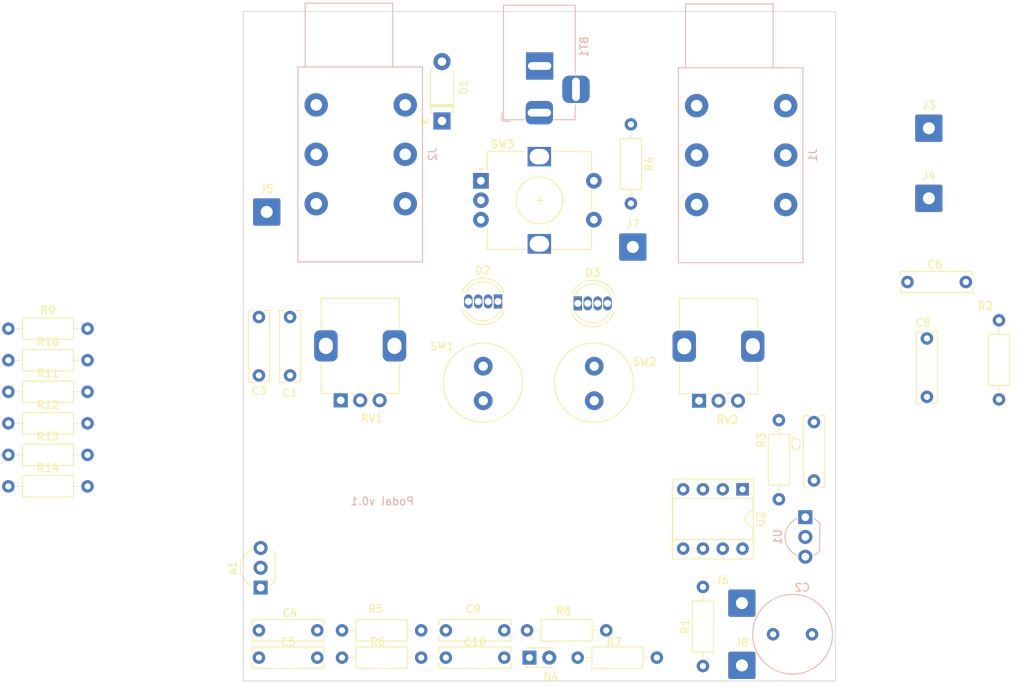
<source format=kicad_pcb>
(kicad_pcb (version 20221018) (generator pcbnew)
  (title_block (rev "0.2"))
  (layers (0 "F.Cu" signal) (31 "B.Cu" signal) (34 "B.Paste" user) (35 "F.Paste" user) (36 "B.SilkS" user "B.Silkscreen") (37 "F.SilkS" user "F.Silkscreen") (38 "B.Mask" user) (39 "F.Mask" user) (44 "Edge.Cuts" user))
  (net 0 "")
  (net 4 "/ENC_CLICK")
  (net 5 "/Left in")
  (net 6 "/Left out")
  (net 7 "GND")
  (net 8 "/3v3")
  (net 9 "Net-(A1-ADC_0)")
  (net 10 "/LED_2_R")
  (net 11 "/LED_1_B")
  (net 12 "/LED_1_G")
  (net 13 "/LED_1_R")
  (net 14 "Net-(A1-ADC_6)")
  (net 15 "/LED_2_B")
  (net 16 "/LED_2_G")
  (net 17 "Net-(A1-SAI2_SD_B)")
  (net 18 "Net-(A1-SAI2_SD_A)")
  (net 19 "Net-(A1-SAI2_FS)")
  (net 20 "Net-(A1-SAI2_SCK)")
  (net 21 "/VCC")
  (net 22 "Net-(BT1-+)")
  (net 23 "+5V")
  (net 24 "Net-(J4-Pin_1)")
  (net 25 "Net-(U2A-+)")
  (net 26 "Net-(C8-Pad2)")
  (net 27 "Net-(C9-Pad1)")
  (net 28 "Net-(J6-Pin_1)")
  (net 29 "Net-(U2B-+)")
  (net 30 "Net-(U2B--)")
  (net 31 "Net-(D4-K)")
  (net 32 "Net-(D4-A)")
  (net 33 "Net-(J3-Pin_1)")
  (net 34 "Net-(J5-Pin_1)")
  (net 35 "Net-(D7-RK)")
  (net 36 "Net-(D7-GK)")
  (net 37 "Net-(D7-BK)")
  (net 38 "Net-(D2-RK)")
  (net 39 "Net-(D2-GK)")
  (net 40 "Net-(D2-BK)")
  (footprint "Resistor_THT:R_Axial_DIN0207_L6.3mm_D2.5mm_P10.16mm_Horizontal" (layer "F.Cu") (at 69.84 92.95)
    (fp_text reference "R13" (at 5.08 -2.37) (layer "F.SilkS"))
    (fp_text value "1k")
    (fp_line (start 1.04 0) (end 1.81 0) (stroke (width 0.12)) (layer "F.SilkS"))
    (fp_line (start 1.81 -1.37) (end 1.81 1.37) (stroke (width 0.12)) (layer "F.SilkS"))
    (fp_line (start 1.81 1.37) (end 8.35 1.37) (stroke (width 0.12)) (layer "F.SilkS"))
    (fp_line (start 8.35 -1.37) (end 1.81 -1.37) (stroke (width 0.12)) (layer "F.SilkS"))
    (fp_line (start 8.35 1.37) (end 8.35 -1.37) (stroke (width 0.12)) (layer "F.SilkS"))
    (fp_line (start 9.12 0) (end 8.35 0) (stroke (width 0.12)) (layer "F.SilkS"))
    (pad "1" thru_hole circle (at 0 0) (size 1.6 1.6) (drill 0.8) (layers "*.Cu" "*.Mask") (net 16 "/LED_2_G"))
    (pad "2" thru_hole oval (at 10.16 0) (size 1.6 1.6) (drill 0.8) (layers "*.Cu" "*.Mask") (net 39 "Net-(D2-GK)"))
  )
  (footprint "Capacitor_THT:C_Rect_L9.0mm_W2.5mm_P7.50mm_MKT" (layer "F.Cu") (at 133.5 115.5 180)
    (fp_text reference "C9" (at 4 2.75) (layer "F.SilkS"))
    (fp_text value "1u")
    (fp_line (start -0.87 -1.37) (end -0.87 -0.665) (stroke (width 0.12)) (layer "F.SilkS"))
    (fp_line (start -0.87 -1.37) (end 8.37 -1.37) (stroke (width 0.12)) (layer "F.SilkS"))
    (fp_line (start -0.87 0.665) (end -0.87 1.37) (stroke (width 0.12)) (layer "F.SilkS"))
    (fp_line (start -0.87 1.37) (end 8.37 1.37) (stroke (width 0.12)) (layer "F.SilkS"))
    (fp_line (start 8.37 -1.37) (end 8.37 -0.665) (stroke (width 0.12)) (layer "F.SilkS"))
    (fp_line (start 8.37 0.665) (end 8.37 1.37) (stroke (width 0.12)) (layer "F.SilkS"))
    (pad "1" thru_hole circle (at 0 0 180) (size 1.6 1.6) (drill 0.8) (layers "*.Cu" "*.Mask") (net 27 "Net-(C9-Pad1)"))
    (pad "2" thru_hole circle (at 7.5 0 180) (size 1.6 1.6) (drill 0.8) (layers "*.Cu" "*.Mask") (net 28 "Net-(J6-Pin_1)"))
  )
  (footprint "Resistor_THT:R_Axial_DIN0207_L6.3mm_D2.5mm_P10.16mm_Horizontal" (layer "F.Cu") (at 149.75 50.5 -90)
    (fp_text reference "R4" (at 5.08 -2.37 90) (layer "F.SilkS"))
    (fp_text value "1k")
    (fp_line (start 1.04 0) (end 1.81 0) (stroke (width 0.12)) (layer "F.SilkS"))
    (fp_line (start 1.81 -1.37) (end 1.81 1.37) (stroke (width 0.12)) (layer "F.SilkS"))
    (fp_line (start 1.81 1.37) (end 8.35 1.37) (stroke (width 0.12)) (layer "F.SilkS"))
    (fp_line (start 8.35 -1.37) (end 1.81 -1.37) (stroke (width 0.12)) (layer "F.SilkS"))
    (fp_line (start 8.35 1.37) (end 8.35 -1.37) (stroke (width 0.12)) (layer "F.SilkS"))
    (fp_line (start 9.12 0) (end 8.35 0) (stroke (width 0.12)) (layer "F.SilkS"))
    (pad "1" thru_hole circle (at 0 0 270) (size 1.6 1.6) (drill 0.8) (layers "*.Cu" "*.Mask") (net 22 "Net-(BT1-+)"))
    (pad "2" thru_hole oval (at 10.16 0 270) (size 1.6 1.6) (drill 0.8) (layers "*.Cu" "*.Mask") (net 32 "Net-(D4-A)"))
  )
  (footprint "Connector_Wire:SolderWire-0.75sqmm_1x01_D1.25mm_OD3.5mm" (layer "F.Cu") (at 164 120)
    (fp_text reference "J8" (at 0 -2.95) (layer "F.SilkS"))
    (fp_text value "fsw pin 5")
    (pad "1" thru_hole roundrect (at 0 0) (size 3.5 3.5) (drill 1.55) (layers "*.Cu" "*.Mask") (roundrect_rratio 0.07142914286) (net 7 "GND"))
  )
  (footprint "Capacitor_THT:C_Rect_L9.0mm_W2.5mm_P7.50mm_MKT" (layer "F.Cu") (at 173.25 96.25 90)
    (fp_text reference "C7" (at 4.75 -2.25 90) (layer "F.SilkS"))
    (fp_text value "1n")
    (fp_line (start -0.87 -1.37) (end -0.87 -0.665) (stroke (width 0.12)) (layer "F.SilkS"))
    (fp_line (start -0.87 -1.37) (end 8.37 -1.37) (stroke (width 0.12)) (layer "F.SilkS"))
    (fp_line (start -0.87 0.665) (end -0.87 1.37) (stroke (width 0.12)) (layer "F.SilkS"))
    (fp_line (start -0.87 1.37) (end 8.37 1.37) (stroke (width 0.12)) (layer "F.SilkS"))
    (fp_line (start 8.37 -1.37) (end 8.37 -0.665) (stroke (width 0.12)) (layer "F.SilkS"))
    (fp_line (start 8.37 0.665) (end 8.37 1.37) (stroke (width 0.12)) (layer "F.SilkS"))
    (pad "1" thru_hole circle (at 0 0 90) (size 1.6 1.6) (drill 0.8) (layers "*.Cu" "*.Mask") (net 25 "Net-(U2A-+)"))
    (pad "2" thru_hole circle (at 7.5 0 90) (size 1.6 1.6) (drill 0.8) (layers "*.Cu" "*.Mask") (net 7 "GND"))
  )
  (footprint "Connector_Wire:SolderWire-0.75sqmm_1x01_D1.25mm_OD3.5mm" (layer "F.Cu") (at 150 66.25)
    (fp_text reference "J7" (at 0 -2.95) (layer "F.SilkS"))
    (fp_text value "fsw pin 2")
    (pad "1" thru_hole roundrect (at 0 0) (size 3.5 3.5) (drill 1.55) (layers "*.Cu" "*.Mask") (roundrect_rratio 0.07142914286) (net 31 "Net-(D4-K)"))
  )
  (footprint "Capacitor_THT:C_Rect_L9.0mm_W2.5mm_P7.50mm_MKT" (layer "F.Cu") (at 126 119)
    (fp_text reference "C10" (at 3.75 -2) (layer "F.SilkS"))
    (fp_text value "1u")
    (fp_line (start -0.87 -1.37) (end -0.87 -0.665) (stroke (width 0.12)) (layer "F.SilkS"))
    (fp_line (start -0.87 -1.37) (end 8.37 -1.37) (stroke (width 0.12)) (layer "F.SilkS"))
    (fp_line (start -0.87 0.665) (end -0.87 1.37) (stroke (width 0.12)) (layer "F.SilkS"))
    (fp_line (start -0.87 1.37) (end 8.37 1.37) (stroke (width 0.12)) (layer "F.SilkS"))
    (fp_line (start 8.37 -1.37) (end 8.37 -0.665) (stroke (width 0.12)) (layer "F.SilkS"))
    (fp_line (start 8.37 0.665) (end 8.37 1.37) (stroke (width 0.12)) (layer "F.SilkS"))
    (pad "1" thru_hole circle (at 0 0) (size 1.6 1.6) (drill 0.8) (layers "*.Cu" "*.Mask") (net 6 "/Left out"))
    (pad "2" thru_hole circle (at 7.5 0) (size 1.6 1.6) (drill 0.8) (layers "*.Cu" "*.Mask") (net 29 "Net-(U2B-+)"))
  )
  (footprint "Capacitor_THT:C_Rect_L9.0mm_W2.5mm_P7.50mm_MKT" (layer "F.Cu") (at 106 82.75 90)
    (fp_text reference "C1" (at -2.25 0 180) (layer "F.SilkS"))
    (fp_text value "100n")
    (fp_line (start -0.87 -1.37) (end -0.87 -0.665) (stroke (width 0.12)) (layer "F.SilkS"))
    (fp_line (start -0.87 -1.37) (end 8.37 -1.37) (stroke (width 0.12)) (layer "F.SilkS"))
    (fp_line (start -0.87 0.665) (end -0.87 1.37) (stroke (width 0.12)) (layer "F.SilkS"))
    (fp_line (start -0.87 1.37) (end 8.37 1.37) (stroke (width 0.12)) (layer "F.SilkS"))
    (fp_line (start 8.37 -1.37) (end 8.37 -0.665) (stroke (width 0.12)) (layer "F.SilkS"))
    (fp_line (start 8.37 0.665) (end 8.37 1.37) (stroke (width 0.12)) (layer "F.SilkS"))
    (pad "1" thru_hole circle (at 0 0 90) (size 1.6 1.6) (drill 0.8) (layers "*.Cu" "*.Mask") (net 7 "GND"))
    (pad "2" thru_hole circle (at 7.5 0 90) (size 1.6 1.6) (drill 0.8) (layers "*.Cu" "*.Mask") (net 21 "/VCC"))
  )
  (footprint "Diode_THT:D_DO-41_SOD81_P7.62mm_Horizontal" (layer "F.Cu") (at 125.5 50.06 90)
    (fp_text reference "D1" (at 4.33 2.75 90) (layer "F.SilkS"))
    (fp_text value "1N5819")
    (fp_text user "K" (at 0 -2.1 90) (layer "F.SilkS"))
    (fp_line (start 1.09 -1.47) (end 6.53 -1.47) (stroke (width 0.12)) (layer "F.SilkS"))
    (fp_line (start 1.09 -1.34) (end 1.09 -1.47) (stroke (width 0.12)) (layer "F.SilkS"))
    (fp_line (start 1.09 1.34) (end 1.09 1.47) (stroke (width 0.12)) (layer "F.SilkS"))
    (fp_line (start 1.09 1.47) (end 6.53 1.47) (stroke (width 0.12)) (layer "F.SilkS"))
    (fp_line (start 1.87 -1.47) (end 1.87 1.47) (stroke (width 0.12)) (layer "F.SilkS"))
    (fp_line (start 1.99 -1.47) (end 1.99 1.47) (stroke (width 0.12)) (layer "F.SilkS"))
    (fp_line (start 2.11 -1.47) (end 2.11 1.47) (stroke (width 0.12)) (layer "F.SilkS"))
    (fp_line (start 6.53 -1.47) (end 6.53 -1.34) (stroke (width 0.12)) (layer "F.SilkS"))
    (fp_line (start 6.53 1.47) (end 6.53 1.34) (stroke (width 0.12)) (layer "F.SilkS"))
    (pad "1" thru_hole rect (at 0 0 90) (size 2.2 2.2) (drill 1.1) (layers "*.Cu" "*.Mask") (net 21 "/VCC"))
    (pad "2" thru_hole oval (at 7.62 0 90) (size 2.2 2.2) (drill 1.1) (layers "*.Cu" "*.Mask") (net 22 "Net-(BT1-+)"))
  )
  (footprint "Resistor_THT:R_Axial_DIN0207_L6.3mm_D2.5mm_P10.16mm_Horizontal" (layer "F.Cu") (at 69.84 76.75)
    (fp_text reference "R9" (at 5.08 -2.37) (layer "F.SilkS"))
    (fp_text value "1k")
    (fp_line (start 1.04 0) (end 1.81 0) (stroke (width 0.12)) (layer "F.SilkS"))
    (fp_line (start 1.81 -1.37) (end 1.81 1.37) (stroke (width 0.12)) (layer "F.SilkS"))
    (fp_line (start 1.81 1.37) (end 8.35 1.37) (stroke (width 0.12)) (layer "F.SilkS"))
    (fp_line (start 8.35 -1.37) (end 1.81 -1.37) (stroke (width 0.12)) (layer "F.SilkS"))
    (fp_line (start 8.35 1.37) (end 8.35 -1.37) (stroke (width 0.12)) (layer "F.SilkS"))
    (fp_line (start 9.12 0) (end 8.35 0) (stroke (width 0.12)) (layer "F.SilkS"))
    (pad "1" thru_hole circle (at 0 0) (size 1.6 1.6) (drill 0.8) (layers "*.Cu" "*.Mask") (net 11 "/LED_1_B"))
    (pad "2" thru_hole oval (at 10.16 0) (size 1.6 1.6) (drill 0.8) (layers "*.Cu" "*.Mask") (net 35 "Net-(D7-RK)"))
  )
  (footprint "Capacitor_THT:C_Rect_L9.0mm_W2.5mm_P7.50mm_MKT" (layer "F.Cu") (at 102 82.75 90)
    (fp_text reference "C3" (at -2 0) (layer "F.SilkS"))
    (fp_text value "100n")
    (fp_line (start -0.87 -1.37) (end -0.87 -0.665) (stroke (width 0.12)) (layer "F.SilkS"))
    (fp_line (start -0.87 -1.37) (end 8.37 -1.37) (stroke (width 0.12)) (layer "F.SilkS"))
    (fp_line (start -0.87 0.665) (end -0.87 1.37) (stroke (width 0.12)) (layer "F.SilkS"))
    (fp_line (start -0.87 1.37) (end 8.37 1.37) (stroke (width 0.12)) (layer "F.SilkS"))
    (fp_line (start 8.37 -1.37) (end 8.37 -0.665) (stroke (width 0.12)) (layer "F.SilkS"))
    (fp_line (start 8.37 0.665) (end 8.37 1.37) (stroke (width 0.12)) (layer "F.SilkS"))
    (pad "1" thru_hole circle (at 0 0 90) (size 1.6 1.6) (drill 0.8) (layers "*.Cu" "*.Mask") (net 7 "GND"))
    (pad "2" thru_hole circle (at 7.5 0 90) (size 1.6 1.6) (drill 0.8) (layers "*.Cu" "*.Mask") (net 21 "/VCC"))
  )
  (footprint "Connector_Wire:SolderWire-0.75sqmm_1x01_D1.25mm_OD3.5mm" (layer "F.Cu") (at 103 61.75)
    (fp_text reference "J5" (at 0 -2.95) (layer "F.SilkS"))
    (fp_text value "fsw pin 6")
    (pad "1" thru_hole roundrect (at 0 0) (size 3.5 3.5) (drill 1.55) (layers "*.Cu" "*.Mask") (roundrect_rratio 0.07142914286) (net 34 "Net-(J5-Pin_1)"))
  )
  (footprint "LED_THT:LED_D1.8mm_W3.3mm_H2.4mm" (layer "F.Cu") (at 136.73 119)
    (fp_text reference "D4" (at 2.775 2.5) (layer "F.SilkS"))
    (fp_text value "LED")
    (fp_line (start -0.44 -1.26) (end -0.44 -1.08) (stroke (width 0.12)) (layer "F.SilkS"))
    (fp_line (start -0.44 -1.26) (end 2.98 -1.26) (stroke (width 0.12)) (layer "F.SilkS"))
    (fp_line (start -0.44 1.08) (end -0.44 1.26) (stroke (width 0.12)) (layer "F.SilkS"))
    (fp_line (start -0.44 1.26) (end 2.98 1.26) (stroke (width 0.12)) (layer "F.SilkS"))
    (fp_line (start -0.32 -1.26) (end -0.32 -1.08) (stroke (width 0.12)) (layer "F.SilkS"))
    (fp_line (start -0.32 1.08) (end -0.32 1.26) (stroke (width 0.12)) (layer "F.SilkS"))
    (fp_line (start -0.2 -1.26) (end -0.2 -1.08) (stroke (width 0.12)) (layer "F.SilkS"))
    (fp_line (start -0.2 1.08) (end -0.2 1.26) (stroke (width 0.12)) (layer "F.SilkS"))
    (fp_line (start 2.98 -1.26) (end 2.98 -1.095) (stroke (width 0.12)) (layer "F.SilkS"))
    (fp_line (start 2.98 1.095) (end 2.98 1.26) (stroke (width 0.12)) (layer "F.SilkS"))
    (pad "1" thru_hole rect locked (at 0 0) (size 1.8 1.8) (drill 0.9) (layers "*.Cu" "*.Mask") (net 31 "Net-(D4-K)"))
    (pad "2" thru_hole circle locked (at 2.54 0) (size 1.8 1.8) (drill 0.9) (layers "*.Cu" "*.Mask") (net 32 "Net-(D4-A)"))
  )
  (footprint "Resistor_THT:R_Axial_DIN0207_L6.3mm_D2.5mm_P10.16mm_Horizontal" (layer "F.Cu") (at 153.08 119 180)
    (fp_text reference "R7" (at 5.5 2 180) (layer "F.SilkS"))
    (fp_text value "100K")
    (fp_line (start 1.04 0) (end 1.81 0) (stroke (width 0.12)) (layer "F.SilkS"))
    (fp_line (start 1.81 -1.37) (end 1.81 1.37) (stroke (width 0.12)) (layer "F.SilkS"))
    (fp_line (start 1.81 1.37) (end 8.35 1.37) (stroke (width 0.12)) (layer "F.SilkS"))
    (fp_line (start 8.35 -1.37) (end 1.81 -1.37) (stroke (width 0.12)) (layer "F.SilkS"))
    (fp_line (start 8.35 1.37) (end 8.35 -1.37) (stroke (width 0.12)) (layer "F.SilkS"))
    (fp_line (start 9.12 0) (end 8.35 0) (stroke (width 0.12)) (layer "F.SilkS"))
    (pad "1" thru_hole circle (at 0 0 180) (size 1.6 1.6) (drill 0.8) (layers "*.Cu" "*.Mask") (net 28 "Net-(J6-Pin_1)"))
    (pad "2" thru_hole oval (at 10.16 0 180) (size 1.6 1.6) (drill 0.8) (layers "*.Cu" "*.Mask") (net 7 "GND"))
  )
  (footprint "Resistor_THT:R_Axial_DIN0207_L6.3mm_D2.5mm_P10.16mm_Horizontal" (layer "F.Cu") (at 69.84 97)
    (fp_text reference "R14" (at 5.08 -2.37) (layer "F.SilkS"))
    (fp_text value "1k")
    (fp_line (start 1.04 0) (end 1.81 0) (stroke (width 0.12)) (layer "F.SilkS"))
    (fp_line (start 1.81 -1.37) (end 1.81 1.37) (stroke (width 0.12)) (layer "F.SilkS"))
    (fp_line (start 1.81 1.37) (end 8.35 1.37) (stroke (width 0.12)) (layer "F.SilkS"))
    (fp_line (start 8.35 -1.37) (end 1.81 -1.37) (stroke (width 0.12)) (layer "F.SilkS"))
    (fp_line (start 8.35 1.37) (end 8.35 -1.37) (stroke (width 0.12)) (layer "F.SilkS"))
    (fp_line (start 9.12 0) (end 8.35 0) (stroke (width 0.12)) (layer "F.SilkS"))
    (pad "1" thru_hole circle (at 0 0) (size 1.6 1.6) (drill 0.8) (layers "*.Cu" "*.Mask") (net 10 "/LED_2_R"))
    (pad "2" thru_hole oval (at 10.16 0) (size 1.6 1.6) (drill 0.8) (layers "*.Cu" "*.Mask") (net 40 "Net-(D2-BK)"))
  )
  (footprint "Potentiometer_THT:Potentiometer_Alps_RK09K_Single_Vertical" (layer "F.Cu") (at 158.5 86 90)
    (fp_text reference "RV2" (at -2.45 3.65 180) (layer "F.SilkS"))
    (fp_text value "Knob 2")
    (fp_line (start 0.88 -2.521) (end 0.88 -1.2) (stroke (width 0.12)) (layer "F.SilkS"))
    (fp_line (start 0.88 -2.521) (end 4.817 -2.521) (stroke (width 0.12)) (layer "F.SilkS"))
    (fp_line (start 0.88 1.25) (end 0.88 1.63) (stroke (width 0.12)) (layer "F.SilkS"))
    (fp_line (start 0.88 3.371) (end 0.88 4.13) (stroke (width 0.12)) (layer "F.SilkS"))
    (fp_line (start 0.88 5.87) (end 0.88 7.52) (stroke (width 0.12)) (layer "F.SilkS"))
    (fp_line (start 0.88 7.52) (end 4.817 7.52) (stroke (width 0.12)) (layer "F.SilkS"))
    (fp_line (start 9.184 -2.521) (end 13.12 -2.521) (stroke (width 0.12)) (layer "F.SilkS"))
    (fp_line (start 9.184 7.52) (end 13.12 7.52) (stroke (width 0.12)) (layer "F.SilkS"))
    (fp_line (start 13.12 -2.521) (end 13.12 7.52) (stroke (width 0.12)) (layer "F.SilkS"))
    (pad "1" thru_hole rect locked (at 0 0 90) (size 1.8 1.8) (drill 1) (layers "*.Cu" "*.Mask") (net 7 "GND"))
    (pad "2" thru_hole circle locked (at 0 2.5 90) (size 1.8 1.8) (drill 1) (layers "*.Cu" "*.Mask") (net 9 "Net-(A1-ADC_0)"))
    (pad "3" thru_hole circle locked (at 0 5 90) (size 1.8 1.8) (drill 1) (layers "*.Cu" "*.Mask") (net 8 "/3v3"))
    (pad "MP" thru_hole roundrect locked (at 7 -1.9 90) (size 4 3) (drill oval 2.1 1.8) (layers "*.Cu" "*.Mask"))
    (pad "MP" thru_hole roundrect locked (at 7 6.9 90) (size 4 3) (drill oval 2.1 1.8) (layers "*.Cu" "*.Mask"))
  )
  (footprint "LED_THT:LED_D5.0mm-4_RGB" (layer "F.Cu") (at 132.69 73.25 180)
    (fp_text reference "D2" (at 1.94 4) (layer "F.SilkS"))
    (fp_text value "LED 1")
    (fp_line (start -0.655 -1.545) (end -0.655 -1.08) (stroke (width 0.12)) (layer "F.SilkS"))
    (fp_line (start -0.655 1.08) (end -0.655 1.545) (stroke (width 0.12)) (layer "F.SilkS"))
    (fp_arc (start -0.655 -1.54483) (mid 2.163456 -2.978809) (end 4.692815 -1.080827) (stroke (width 0.12)) (layer "F.SilkS"))
    (fp_arc (start -0.349684 -1.08) (mid 1.904762 -2.5) (end 4.159479 -1.080429) (stroke (width 0.12)) (layer "F.SilkS"))
    (fp_arc (start 4.159479 1.080429) (mid 1.904762 2.5) (end -0.349684 1.08) (stroke (width 0.12)) (layer "F.SilkS"))
    (fp_arc (start 4.692815 1.080827) (mid 2.163456 2.978808) (end -0.655 1.54483) (stroke (width 0.12)) (layer "F.SilkS"))
    (pad "1" thru_hole rect (at 0 0 180) (size 1.07 1.8) (drill 0.9) (layers "*.Cu" "*.Mask") (net 12 "/LED_1_G"))
    (pad "2" thru_hole oval (at 1.27 0 180) (size 1.07 1.8) (drill 0.9) (layers "*.Cu" "*.Mask") (net 11 "/LED_1_B"))
    (pad "3" thru_hole oval (at 2.54 0 180) (size 1.07 1.8) (drill 0.9) (layers "*.Cu" "*.Mask") (net 7 "GND"))
    (pad "4" thru_hole oval (at 3.81 0 180) (size 1.07 1.8) (drill 0.9) (layers "*.Cu" "*.Mask") (net 13 "/LED_1_R"))
  )
  (footprint "Resistor_THT:R_Axial_DIN0207_L6.3mm_D2.5mm_P10.16mm_Horizontal" (layer "F.Cu") (at 168.75 88.5 -90)
    (fp_text reference "R3" (at 2.58 2.25 90) (layer "F.SilkS"))
    (fp_text value "1k")
    (fp_line (start 1.04 0) (end 1.81 0) (stroke (width 0.12)) (layer "F.SilkS"))
    (fp_line (start 1.81 -1.37) (end 1.81 1.37) (stroke (width 0.12)) (layer "F.SilkS"))
    (fp_line (start 1.81 1.37) (end 8.35 1.37) (stroke (width 0.12)) (layer "F.SilkS"))
    (fp_line (start 8.35 -1.37) (end 1.81 -1.37) (stroke (width 0.12)) (layer "F.SilkS"))
    (fp_line (start 8.35 1.37) (end 8.35 -1.37) (stroke (width 0.12)) (layer "F.SilkS"))
    (fp_line (start 9.12 0) (end 8.35 0) (stroke (width 0.12)) (layer "F.SilkS"))
    (pad "1" thru_hole circle (at 0 0 270) (size 1.6 1.6) (drill 0.8) (layers "*.Cu" "*.Mask") (net 26 "Net-(C8-Pad2)"))
    (pad "2" thru_hole oval (at 10.16 0 270) (size 1.6 1.6) (drill 0.8) (layers "*.Cu" "*.Mask") (net 25 "Net-(U2A-+)"))
  )
  (footprint "Resistor_THT:R_Axial_DIN0207_L6.3mm_D2.5mm_P10.16mm_Horizontal" (layer "F.Cu") (at 146.58 115.5 180)
    (fp_text reference "R8" (at 5.5 2.5 180) (layer "F.SilkS"))
    (fp_text value "100R")
    (fp_line (start 1.04 0) (end 1.81 0) (stroke (width 0.12)) (layer "F.SilkS"))
    (fp_line (start 1.81 -1.37) (end 1.81 1.37) (stroke (width 0.12)) (layer "F.SilkS"))
    (fp_line (start 1.81 1.37) (end 8.35 1.37) (stroke (width 0.12)) (layer "F.SilkS"))
    (fp_line (start 8.35 -1.37) (end 1.81 -1.37) (stroke (width 0.12)) (layer "F.SilkS"))
    (fp_line (start 8.35 1.37) (end 8.35 -1.37) (stroke (width 0.12)) (layer "F.SilkS"))
    (fp_line (start 9.12 0) (end 8.35 0) (stroke (width 0.12)) (layer "F.SilkS"))
    (pad "1" thru_hole circle (at 0 0 180) (size 1.6 1.6) (drill 0.8) (layers "*.Cu" "*.Mask") (net 30 "Net-(U2B--)"))
    (pad "2" thru_hole oval (at 10.16 0 180) (size 1.6 1.6) (drill 0.8) (layers "*.Cu" "*.Mask") (net 27 "Net-(C9-Pad1)"))
  )
  (footprint "LED_THT:LED_D5.0mm-4_RGB" (layer "F.Cu") (at 142.94 73.5)
    (fp_text reference "D3" (at 1.905 -3.96) (layer "F.SilkS"))
    (fp_text value "LED 2")
    (fp_line (start -0.655 -1.545) (end -0.655 -1.08) (stroke (width 0.12)) (layer "F.SilkS"))
    (fp_line (start -0.655 1.08) (end -0.655 1.545) (stroke (width 0.12)) (layer "F.SilkS"))
    (fp_arc (start -0.655 -1.54483) (mid 2.163456 -2.978809) (end 4.692815 -1.080827) (stroke (width 0.12)) (layer "F.SilkS"))
    (fp_arc (start -0.349684 -1.08) (mid 1.904762 -2.5) (end 4.159479 -1.080429) (stroke (width 0.12)) (layer "F.SilkS"))
    (fp_arc (start 4.159479 1.080429) (mid 1.904762 2.5) (end -0.349684 1.08) (stroke (width 0.12)) (layer "F.SilkS"))
    (fp_arc (start 4.692815 1.080827) (mid 2.163456 2.978808) (end -0.655 1.54483) (stroke (width 0.12)) (layer "F.SilkS"))
    (pad "1" thru_hole rect (at 0 0) (size 1.07 1.8) (drill 0.9) (layers "*.Cu" "*.Mask") (net 16 "/LED_2_G"))
    (pad "2" thru_hole oval (at 1.27 0) (size 1.07 1.8) (drill 0.9) (layers "*.Cu" "*.Mask") (net 15 "/LED_2_B"))
    (pad "3" thru_hole oval (at 2.54 0) (size 1.07 1.8) (drill 0.9) (layers "*.Cu" "*.Mask") (net 7 "GND"))
    (pad "4" thru_hole oval (at 3.81 0) (size 1.07 1.8) (drill 0.9) (layers "*.Cu" "*.Mask") (net 10 "/LED_2_R"))
  )
  (footprint "Package_TO_SOT_THT:TO-92_Inline_Wide_78L05_dc" (layer "F.Cu") (at 102.22 110 90)
    (fp_text reference "A1" (at 2.54 -3.56 90) (layer "F.SilkS"))
    (fp_text value "Electrosmith_Daisy_Seed_Rev4")
    (fp_line (start 0.74 1.85) (end 4.34 1.85) (stroke (width 0.12)) (layer "F.SilkS"))
    (fp_arc (start 0.1836 -1.098807) (mid 1.143021 -2.192817) (end 2.54 -2.6) (stroke (width 0.12)) (layer "F.SilkS"))
    (fp_arc (start 0.74 1.85) (mid 0.446097 1.509328) (end 0.215816 1.122795) (stroke (width 0.12)) (layer "F.SilkS"))
    (fp_arc (start 2.54 -2.6) (mid 3.936979 -2.192818) (end 4.8964 -1.098807) (stroke (width 0.12)) (layer "F.SilkS"))
    (fp_arc (start 4.864184 1.122795) (mid 4.633903 1.509328) (end 4.34 1.85) (stroke (width 0.12)) (layer "F.SilkS"))
    (pad "1" thru_hole rect (at 0 0 90) (size 1.8 1.8) (drill 1) (layers "*.Cu" "*.Mask"))
    (pad "2" thru_hole circle (at 2.54 0 90) (size 1.8 1.8) (drill 1) (layers "*.Cu" "*.Mask"))
    (pad "3" thru_hole circle (at 5.08 0 90) (size 1.8 1.8) (drill 1) (layers "*.Cu" "*.Mask"))
  )
  (footprint "Potentiometer_THT:Potentiometer_Alps_RK09K_Single_Vertical" (layer "F.Cu") (at 112.5 85.95 90)
    (fp_text reference "RV1" (at -2.3 4 180) (layer "F.SilkS"))
    (fp_text value "Knob 1")
    (fp_line (start 0.88 -2.521) (end 0.88 -1.2) (stroke (width 0.12)) (layer "F.SilkS"))
    (fp_line (start 0.88 -2.521) (end 4.817 -2.521) (stroke (width 0.12)) (layer "F.SilkS"))
    (fp_line (start 0.88 1.25) (end 0.88 1.63) (stroke (width 0.12)) (layer "F.SilkS"))
    (fp_line (start 0.88 3.371) (end 0.88 4.13) (stroke (width 0.12)) (layer "F.SilkS"))
    (fp_line (start 0.88 5.87) (end 0.88 7.52) (stroke (width 0.12)) (layer "F.SilkS"))
    (fp_line (start 0.88 7.52) (end 4.817 7.52) (stroke (width 0.12)) (layer "F.SilkS"))
    (fp_line (start 9.184 -2.521) (end 13.12 -2.521) (stroke (width 0.12)) (layer "F.SilkS"))
    (fp_line (start 9.184 7.52) (end 13.12 7.52) (stroke (width 0.12)) (layer "F.SilkS"))
    (fp_line (start 13.12 -2.521) (end 13.12 7.52) (stroke (width 0.12)) (layer "F.SilkS"))
    (pad "1" thru_hole rect locked (at 0 0 90) (size 1.8 1.8) (drill 1) (layers "*.Cu" "*.Mask") (net 7 "GND"))
    (pad "2" thru_hole circle locked (at 0 2.5 90) (size 1.8 1.8) (drill 1) (layers "*.Cu" "*.Mask") (net 14 "Net-(A1-ADC_6)"))
    (pad "3" thru_hole circle locked (at 0 5 90) (size 1.8 1.8) (drill 1) (layers "*.Cu" "*.Mask") (net 8 "/3v3"))
    (pad "MP" thru_hole roundrect locked (at 7 -1.9 90) (size 4 3) (drill oval 2.1 1.8) (layers "*.Cu" "*.Mask"))
    (pad "MP" thru_hole roundrect locked (at 7 6.9 90) (size 4 3) (drill oval 2.1 1.8) (layers "*.Cu" "*.Mask"))
  )
  (footprint "Connector_Wire:SolderWire-0.75sqmm_1x01_D1.25mm_OD3.5mm" (layer "F.Cu") (at 164 112)
    (fp_text reference "J6" (at -2.5 -2.95) (layer "F.SilkS"))
    (fp_text value "fsw pin 3")
    (pad "1" thru_hole roundrect (at 0 0) (size 3.5 3.5) (drill 1.55) (layers "*.Cu" "*.Mask") (roundrect_rratio 0.07142914286) (net 28 "Net-(J6-Pin_1)"))
  )
  (footprint "Resistor_THT:R_Axial_DIN0207_L6.3mm_D2.5mm_P10.16mm_Horizontal" (layer "F.Cu") (at 69.84 88.9)
    (fp_text reference "R12" (at 5.08 -2.37) (layer "F.SilkS"))
    (fp_text value "1k")
    (fp_line (start 1.04 0) (end 1.81 0) (stroke (width 0.12)) (layer "F.SilkS"))
    (fp_line (start 1.81 -1.37) (end 1.81 1.37) (stroke (width 0.12)) (layer "F.SilkS"))
    (fp_line (start 1.81 1.37) (end 8.35 1.37) (stroke (width 0.12)) (layer "F.SilkS"))
    (fp_line (start 8.35 -1.37) (end 1.81 -1.37) (stroke (width 0.12)) (layer "F.SilkS"))
    (fp_line (start 8.35 1.37) (end 8.35 -1.37) (stroke (width 0.12)) (layer "F.SilkS"))
    (fp_line (start 9.12 0) (end 8.35 0) (stroke (width 0.12)) (layer "F.SilkS"))
    (pad "1" thru_hole circle (at 0 0) (size 1.6 1.6) (drill 0.8) (layers "*.Cu" "*.Mask") (net 15 "/LED_2_B"))
    (pad "2" thru_hole oval (at 10.16 0) (size 1.6 1.6) (drill 0.8) (layers "*.Cu" "*.Mask") (net 38 "Net-(D2-RK)"))
  )
  (footprint "Resistor_THT:R_Axial_DIN0207_L6.3mm_D2.5mm_P10.16mm_Horizontal" (layer "F.Cu") (at 69.84 80.8)
    (fp_text reference "R10" (at 5.08 -2.37) (layer "F.SilkS"))
    (fp_text value "1k")
    (fp_line (start 1.04 0) (end 1.81 0) (stroke (width 0.12)) (layer "F.SilkS"))
    (fp_line (start 1.81 -1.37) (end 1.81 1.37) (stroke (width 0.12)) (layer "F.SilkS"))
    (fp_line (start 1.81 1.37) (end 8.35 1.37) (stroke (width 0.12)) (layer "F.SilkS"))
    (fp_line (start 8.35 -1.37) (end 1.81 -1.37) (stroke (width 0.12)) (layer "F.SilkS"))
    (fp_line (start 8.35 1.37) (end 8.35 -1.37) (stroke (width 0.12)) (layer "F.SilkS"))
    (fp_line (start 9.12 0) (end 8.35 0) (stroke (width 0.12)) (layer "F.SilkS"))
    (pad "1" thru_hole circle (at 0 0) (size 1.6 1.6) (drill 0.8) (layers "*.Cu" "*.Mask") (net 12 "/LED_1_G"))
    (pad "2" thru_hole oval (at 10.16 0) (size 1.6 1.6) (drill 0.8) (layers "*.Cu" "*.Mask") (net 36 "Net-(D7-GK)"))
  )
  (footprint "Package_DIP:DIP-8_W7.62mm_Socket" (layer "F.Cu") (at 164.08 97.38 -90)
    (fp_text reference "U2" (at 3.81 -2.33 90) (layer "F.SilkS"))
    (fp_text value "TL072")
    (fp_line (start -1.33 -1.39) (end -1.33 9.01) (stroke (width 0.12)) (layer "F.SilkS"))
    (fp_line (start -1.33 9.01) (end 8.95 9.01) (stroke (width 0.12)) (layer "F.SilkS"))
    (fp_line (start 1.16 -1.33) (end 1.16 8.95) (stroke (width 0.12)) (layer "F.SilkS"))
    (fp_line (start 1.16 8.95) (end 6.46 8.95) (stroke (width 0.12)) (layer "F.SilkS"))
    (fp_line (start 2.81 -1.33) (end 1.16 -1.33) (stroke (width 0.12)) (layer "F.SilkS"))
    (fp_line (start 6.46 -1.33) (end 4.81 -1.33) (stroke (width 0.12)) (layer "F.SilkS"))
    (fp_line (start 6.46 8.95) (end 6.46 -1.33) (stroke (width 0.12)) (layer "F.SilkS"))
    (fp_line (start 8.95 -1.39) (end -1.33 -1.39) (stroke (width 0.12)) (layer "F.SilkS"))
    (fp_line (start 8.95 9.01) (end 8.95 -1.39) (stroke (width 0.12)) (layer "F.SilkS"))
    (fp_arc (start 4.81 -1.33) (mid 3.81 -0.33) (end 2.81 -1.33) (stroke (width 0.12)) (layer "F.SilkS"))
    (pad "1" thru_hole rect (at 0 0 270) (size 1.6 1.6) (drill 0.8) (layers "*.Cu" "*.Mask") (net 5 "/Left in"))
    (pad "2" thru_hole oval (at 0 2.54 270) (size 1.6 1.6) (drill 0.8) (layers "*.Cu" "*.Mask") (net 5 "/Left in"))
    (pad "3" thru_hole oval (at 0 5.08 270) (size 1.6 1.6) (drill 0.8) (layers "*.Cu" "*.Mask") (net 25 "Net-(U2A-+)"))
    (pad "4" thru_hole oval (at 0 7.62 270) (size 1.6 1.6) (drill 0.8) (layers "*.Cu" "*.Mask") (net 7 "GND"))
    (pad "5" thru_hole oval (at 7.62 7.62 270) (size 1.6 1.6) (drill 0.8) (layers "*.Cu" "*.Mask") (net 29 "Net-(U2B-+)"))
    (pad "6" thru_hole oval (at 7.62 5.08 270) (size 1.6 1.6) (drill 0.8) (layers "*.Cu" "*.Mask") (net 30 "Net-(U2B--)"))
    (pad "7" thru_hole oval (at 7.62 2.54 270) (size 1.6 1.6) (drill 0.8) (layers "*.Cu" "*.Mask") (net 30 "Net-(U2B--)"))
    (pad "8" thru_hole oval (at 7.62 0 270) (size 1.6 1.6) (drill 0.8) (layers "*.Cu" "*.Mask") (net 23 "+5V"))
  )
  (footprint "Button_Switch_THT:SW_CW_GPTS203211B_1 podal" (layer "F.Cu") (at 130.794154 86 180)
    (fp_text reference "SW1" (at 5.294154 7 180) (layer "F.SilkS"))
    (fp_text value "Switch 1")
    (fp_circle (center 0.044154 2.326781) (end 5.124154 2.326781) (stroke (width 0.12)) (fill none) (layer "F.SilkS"))
    (pad "1" thru_hole circle (at 0 0 180) (size 2.4 2.4) (drill 1.2) (layers "*.Cu" "*.Mask") (net 19 "Net-(A1-SAI2_FS)"))
    (pad "2" thru_hole circle (at 0 4.433961 180) (size 2.4 2.4) (drill 1.2) (layers "*.Cu" "*.Mask") (net 7 "GND"))
  )
  (footprint "Resistor_THT:R_Axial_DIN0207_L6.3mm_D2.5mm_P10.16mm_Horizontal" (layer "F.Cu") (at 159 109.92 -90)
    (fp_text reference "R1" (at 5.08 2.25 90) (layer "F.SilkS"))
    (fp_text value "1M")
    (fp_line (start 1.04 0) (end 1.81 0) (stroke (width 0.12)) (layer "F.SilkS"))
    (fp_line (start 1.81 -1.37) (end 1.81 1.37) (stroke (width 0.12)) (layer "F.SilkS"))
    (fp_line (start 1.81 1.37) (end 8.35 1.37) (stroke (width 0.12)) (layer "F.SilkS"))
    (fp_line (start 8.35 -1.37) (end 1.81 -1.37) (stroke (width 0.12)) (layer "F.SilkS"))
    (fp_line (start 8.35 1.37) (end 8.35 -1.37) (stroke (width 0.12)) (layer "F.SilkS"))
    (fp_line (start 9.12 0) (end 8.35 0) (stroke (width 0.12)) (layer "F.SilkS"))
    (pad "1" thru_hole circle (at 0 0 270) (size 1.6 1.6) (drill 0.8) (layers "*.Cu" "*.Mask") (net 23 "+5V"))
    (pad "2" thru_hole oval (at 10.16 0 270) (size 1.6 1.6) (drill 0.8) (layers "*.Cu" "*.Mask") (net 25 "Net-(U2A-+)"))
  )
  (footprint "Capacitor_THT:C_Rect_L9.0mm_W2.5mm_P7.50mm_MKT" (layer "F.Cu") (at 102 115.5)
    (fp_text reference "C4" (at 4 -2.25) (layer "F.SilkS"))
    (fp_text value "100n")
    (fp_line (start -0.87 -1.37) (end -0.87 -0.665) (stroke (width 0.12)) (layer "F.SilkS"))
    (fp_line (start -0.87 -1.37) (end 8.37 -1.37) (stroke (width 0.12)) (layer "F.SilkS"))
    (fp_line (start -0.87 0.665) (end -0.87 1.37) (stroke (width 0.12)) (layer "F.SilkS"))
    (fp_line (start -0.87 1.37) (end 8.37 1.37) (stroke (width 0.12)) (layer "F.SilkS"))
    (fp_line (start 8.37 -1.37) (end 8.37 -0.665) (stroke (width 0.12)) (layer "F.SilkS"))
    (fp_line (start 8.37 0.665) (end 8.37 1.37) (stroke (width 0.12)) (layer "F.SilkS"))
    (pad "1" thru_hole circle (at 0 0) (size 1.6 1.6) (drill 0.8) (layers "*.Cu" "*.Mask") (net 7 "GND"))
    (pad "2" thru_hole circle (at 7.5 0) (size 1.6 1.6) (drill 0.8) (layers "*.Cu" "*.Mask") (net 23 "+5V"))
  )
  (footprint "Connector_Wire:SolderWire-0.75sqmm_1x01_D1.25mm_OD3.5mm" (layer "F.Cu") (at 188 60)
    (fp_text reference "J4" (at 0 -2.95) (layer "F.SilkS"))
    (fp_text value "fsw pin 4")
    (pad "1" thru_hole roundrect (at 0 0) (size 3.5 3.5) (drill 1.55) (layers "*.Cu" "*.Mask") (roundrect_rratio 0.07142914286) (net 24 "Net-(J4-Pin_1)"))
  )
  (footprint "Rotary_Encoder:RotaryEncoder_Alps_EC12E-Switch_Vertical_H20mm" (layer "F.Cu") (at 130.5 57.75)
    (fp_text reference "SW3" (at 2.8 -4.7) (layer "F.SilkS"))
    (fp_text value "RotaryEncoder_Switch")
    (fp_line (start -0.3 -1.6) (end 0.3 -1.6) (stroke (width 0.12)) (layer "F.SilkS"))
    (fp_line (start 0 -1.3) (end -0.3 -1.6) (stroke (width 0.12)) (layer "F.SilkS"))
    (fp_line (start 0.3 -1.6) (end 0 -1.3) (stroke (width 0.12)) (layer "F.SilkS"))
    (fp_line (start 0.8 -3.8) (end 0.8 -1.3) (stroke (width 0.12)) (layer "F.SilkS"))
    (fp_line (start 0.8 8.8) (end 0.8 6) (stroke (width 0.12)) (layer "F.SilkS"))
    (fp_line (start 5.6 -3.8) (end 0.8 -3.8) (stroke (width 0.12)) (layer "F.SilkS"))
    (fp_line (start 5.7 8.8) (end 0.8 8.8) (stroke (width 0.12)) (layer "F.SilkS"))
    (fp_line (start 7 2.5) (end 8 2.5) (stroke (width 0.12)) (layer "F.SilkS"))
    (fp_line (start 7.5 2) (end 7.5 3) (stroke (width 0.12)) (layer "F.SilkS"))
    (fp_line (start 9.3 -3.8) (end 14.2 -3.8) (stroke (width 0.12)) (layer "F.SilkS"))
    (fp_line (start 14.2 -3.8) (end 14.2 -1.2) (stroke (width 0.12)) (layer "F.SilkS"))
    (fp_line (start 14.2 1.2) (end 14.2 3.8) (stroke (width 0.12)) (layer "F.SilkS"))
    (fp_line (start 14.2 6.2) (end 14.2 8.8) (stroke (width 0.12)) (layer "F.SilkS"))
    (fp_line (start 14.2 8.8) (end 9.3 8.8) (stroke (width 0.12)) (layer "F.SilkS"))
    (fp_circle (center 7.5 2.5) (end 10.5 2.5) (stroke (width 0.12)) (fill none) (layer "F.SilkS"))
    (pad "A" thru_hole rect (at 0 0) (size 2 2) (drill 1) (layers "*.Cu" "*.Mask") (net 18 "Net-(A1-SAI2_SD_A)"))
    (pad "B" thru_hole circle (at 0 5) (size 2 2) (drill 1) (layers "*.Cu" "*.Mask") (net 17 "Net-(A1-SAI2_SD_B)"))
    (pad "C" thru_hole circle (at 0 2.5) (size 2 2) (drill 1) (layers "*.Cu" "*.Mask") (net 7 "GND"))
    (pad "MP" thru_hole rect (at 7.5 -3.1) (size 3 2.5) (drill oval 2.5 2) (layers "*.Cu" "*.Mask"))
    (pad "MP" thru_hole rect (at 7.5 8.1) (size 3 2.5) (drill oval 2.5 2) (layers "*.Cu" "*.Mask"))
    (pad "S1" thru_hole circle (at 14.5 0) (size 2 2) (drill 1) (layers "*.Cu" "*.Mask") (net 7 "GND"))
    (pad "S2" thru_hole circle (at 14.5 5) (size 2 2) (drill 1) (layers "*.Cu" "*.Mask") (net 4 "/ENC_CLICK"))
  )
  (footprint "Capacitor_THT:C_Rect_L9.0mm_W2.5mm_P7.50mm_MKT" (layer "F.Cu") (at 187.75 78 -90)
    (fp_text reference "C8" (at -2 0.5 -180) (layer "F.SilkS"))
    (fp_text value "1u")
    (fp_line (start -0.87 -1.37) (end -0.87 -0.665) (stroke (width 0.12)) (layer "F.SilkS"))
    (fp_line (start -0.87 -1.37) (end 8.37 -1.37) (stroke (width 0.12)) (layer "F.SilkS"))
    (fp_line (start -0.87 0.665) (end -0.87 1.37) (stroke (width 0.12)) (layer "F.SilkS"))
    (fp_line (start -0.87 1.37) (end 8.37 1.37) (stroke (width 0.12)) (layer "F.SilkS"))
    (fp_line (start 8.37 -1.37) (end 8.37 -0.665) (stroke (width 0.12)) (layer "F.SilkS"))
    (fp_line (start 8.37 0.665) (end 8.37 1.37) (stroke (width 0.12)) (layer "F.SilkS"))
    (pad "1" thru_hole circle (at 0 0 270) (size 1.6 1.6) (drill 0.8) (layers "*.Cu" "*.Mask") (net 24 "Net-(J4-Pin_1)"))
    (pad "2" thru_hole circle (at 7.5 0 270) (size 1.6 1.6) (drill 0.8) (layers "*.Cu" "*.Mask") (net 26 "Net-(C8-Pad2)"))
  )
  (footprint "Resistor_THT:R_Axial_DIN0207_L6.3mm_D2.5mm_P10.16mm_Horizontal" (layer "F.Cu") (at 69.84 84.85)
    (fp_text reference "R11" (at 5.08 -2.37) (layer "F.SilkS"))
    (fp_text value "1k")
    (fp_line (start 1.04 0) (end 1.81 0) (stroke (width 0.12)) (layer "F.SilkS"))
    (fp_line (start 1.81 -1.37) (end 1.81 1.37) (stroke (width 0.12)) (layer "F.SilkS"))
    (fp_line (start 1.81 1.37) (end 8.35 1.37) (stroke (width 0.12)) (layer "F.SilkS"))
    (fp_line (start 8.35 -1.37) (end 1.81 -1.37) (stroke (width 0.12)) (layer "F.SilkS"))
    (fp_line (start 8.35 1.37) (end 8.35 -1.37) (stroke (width 0.12)) (layer "F.SilkS"))
    (fp_line (start 9.12 0) (end 8.35 0) (stroke (width 0.12)) (layer "F.SilkS"))
    (pad "1" thru_hole circle (at 0 0) (size 1.6 1.6) (drill 0.8) (layers "*.Cu" "*.Mask") (net 13 "/LED_1_R"))
    (pad "2" thru_hole oval (at 10.16 0) (size 1.6 1.6) (drill 0.8) (layers "*.Cu" "*.Mask") (net 37 "Net-(D7-BK)"))
  )
  (footprint "Resistor_THT:R_Axial_DIN0207_L6.3mm_D2.5mm_P10.16mm_Horizontal" (layer "F.Cu") (at 197 85.83 90)
    (fp_text reference "R2" (at 12 -1.75 180) (layer "F.SilkS"))
    (fp_text value "1M")
    (fp_line (start 1.04 0) (end 1.81 0) (stroke (width 0.12)) (layer "F.SilkS"))
    (fp_line (start 1.81 -1.37) (end 1.81 1.37) (stroke (width 0.12)) (layer "F.SilkS"))
    (fp_line (start 1.81 1.37) (end 8.35 1.37) (stroke (width 0.12)) (layer "F.SilkS"))
    (fp_line (start 8.35 -1.37) (end 1.81 -1.37) (stroke (width 0.12)) (layer "F.SilkS"))
    (fp_line (start 8.35 1.37) (end 8.35 -1.37) (stroke (width 0.12)) (layer "F.SilkS"))
    (fp_line (start 9.12 0) (end 8.35 0) (stroke (width 0.12)) (layer "F.SilkS"))
    (pad "1" thru_hole circle (at 0 0 90) (size 1.6 1.6) (drill 0.8) (layers "*.Cu" "*.Mask") (net 25 "Net-(U2A-+)"))
    (pad "2" thru_hole oval (at 10.16 0 90) (size 1.6 1.6) (drill 0.8) (layers "*.Cu" "*.Mask") (net 7 "GND"))
  )
  (footprint "Connector_Wire:SolderWire-0.75sqmm_1x01_D1.25mm_OD3.5mm" (layer "F.Cu") (at 188 51)
    (fp_text reference "J3" (at 0 -2.95) (layer "F.SilkS"))
    (fp_text value "fsw pin 1")
    (pad "1" thru_hole roundrect (at 0 0) (size 3.5 3.5) (drill 1.55) (layers "*.Cu" "*.Mask") (roundrect_rratio 0.07142914286) (net 33 "Net-(J3-Pin_1)"))
  )
  (footprint "Resistor_THT:R_Axial_DIN0207_L6.3mm_D2.5mm_P10.16mm_Horizontal" (layer "F.Cu") (at 112.67 115.5)
    (fp_text reference "R5" (at 4.33 -2.75 180) (layer "F.SilkS"))
    (fp_text value "1M")
    (fp_line (start 1.04 0) (end 1.81 0) (stroke (width 0.12)) (layer "F.SilkS"))
    (fp_line (start 1.81 -1.37) (end 1.81 1.37) (stroke (width 0.12)) (layer "F.SilkS"))
    (fp_line (start 1.81 1.37) (end 8.35 1.37) (stroke (width 0.12)) (layer "F.SilkS"))
    (fp_line (start 8.35 -1.37) (end 1.81 -1.37) (stroke (width 0.12)) (layer "F.SilkS"))
    (fp_line (start 8.35 1.37) (end 8.35 -1.37) (stroke (width 0.12)) (layer "F.SilkS"))
    (fp_line (start 9.12 0) (end 8.35 0) (stroke (width 0.12)) (layer "F.SilkS"))
    (pad "1" thru_hole circle (at 0 0) (size 1.6 1.6) (drill 0.8) (layers "*.Cu" "*.Mask") (net 23 "+5V"))
    (pad "2" thru_hole oval (at 10.16 0) (size 1.6 1.6) (drill 0.8) (layers "*.Cu" "*.Mask") (net 29 "Net-(U2B-+)"))
  )
  (footprint "Capacitor_THT:C_Rect_L9.0mm_W2.5mm_P7.50mm_MKT" (layer "F.Cu") (at 102 119)
    (fp_text reference "C5" (at 3.75 -2) (layer "F.SilkS"))
    (fp_text value "100n")
    (fp_line (start -0.87 -1.37) (end -0.87 -0.665) (stroke (width 0.12)) (layer "F.SilkS"))
    (fp_line (start -0.87 -1.37) (end 8.37 -1.37) (stroke (width 0.12)) (layer "F.SilkS"))
    (fp_line (start -0.87 0.665) (end -0.87 1.37) (stroke (width 0.12)) (layer "F.SilkS"))
    (fp_line (start -0.87 1.37) (end 8.37 1.37) (stroke (width 0.12)) (layer "F.SilkS"))
    (fp_line (start 8.37 -1.37) (end 8.37 -0.665) (stroke (width 0.12)) (layer "F.SilkS"))
    (fp_line (start 8.37 0.665) (end 8.37 1.37) (stroke (width 0.12)) (layer "F.SilkS"))
    (pad "1" thru_hole circle (at 0 0) (size 1.6 1.6) (drill 0.8) (layers "*.Cu" "*.Mask") (net 7 "GND"))
    (pad "2" thru_hole circle (at 7.5 0) (size 1.6 1.6) (drill 0.8) (layers "*.Cu" "*.Mask") (net 23 "+5V"))
  )
  (footprint "Button_Switch_THT:SW_CW_GPTS203211B_1 podal" (layer "F.Cu") (at 145.044154 86 180)
    (fp_text reference "SW2" (at -6.455846 5 180) (layer "F.SilkS"))
    (fp_text value "Switch 2")
    (fp_circle (center 0.044154 2.326781) (end 5.124154 2.326781) (stroke (width 0.12)) (fill none) (layer "F.SilkS"))
    (pad "1" thru_hole circle (at 0 0 180) (size 2.4 2.4) (drill 1.2) (layers "*.Cu" "*.Mask") (net 20 "Net-(A1-SAI2_SCK)"))
    (pad "2" thru_hole circle (at 0 4.433961 180) (size 2.4 2.4) (drill 1.2) (layers "*.Cu" "*.Mask") (net 7 "GND"))
  )
  (footprint "Capacitor_THT:C_Rect_L9.0mm_W2.5mm_P7.50mm_MKT" (layer "F.Cu") (at 192.75 70.75 180)
    (fp_text reference "C6" (at 4 2.25) (layer "F.SilkS"))
    (fp_text value "100p")
    (fp_line (start -0.87 -1.37) (end -0.87 -0.665) (stroke (width 0.12)) (layer "F.SilkS"))
    (fp_line (start -0.87 -1.37) (end 8.37 -1.37) (stroke (width 0.12)) (layer "F.SilkS"))
    (fp_line (start -0.87 0.665) (end -0.87 1.37) (stroke (width 0.12)) (layer "F.SilkS"))
    (fp_line (start -0.87 1.37) (end 8.37 1.37) (stroke (width 0.12)) (layer "F.SilkS"))
    (fp_line (start 8.37 -1.37) (end 8.37 -0.665) (stroke (width 0.12)) (layer "F.SilkS"))
    (fp_line (start 8.37 0.665) (end 8.37 1.37) (stroke (width 0.12)) (layer "F.SilkS"))
    (pad "1" thru_hole circle (at 0 0 180) (size 1.6 1.6) (drill 0.8) (layers "*.Cu" "*.Mask") (net 24 "Net-(J4-Pin_1)"))
    (pad "2" thru_hole circle (at 7.5 0 180) (size 1.6 1.6) (drill 0.8) (layers "*.Cu" "*.Mask") (net 7 "GND"))
  )
  (footprint "Resistor_THT:R_Axial_DIN0207_L6.3mm_D2.5mm_P10.16mm_Horizontal" (layer "F.Cu") (at 122.83 119 180)
    (fp_text reference "R6" (at 5.58 2 180) (layer "F.SilkS"))
    (fp_text value "1M")
    (fp_line (start 1.04 0) (end 1.81 0) (stroke (width 0.12)) (layer "F.SilkS"))
    (fp_line (start 1.81 -1.37) (end 1.81 1.37) (stroke (width 0.12)) (layer "F.SilkS"))
    (fp_line (start 1.81 1.37) (end 8.35 1.37) (stroke (width 0.12)) (layer "F.SilkS"))
    (fp_line (start 8.35 -1.37) (end 1.81 -1.37) (stroke (width 0.12)) (layer "F.SilkS"))
    (fp_line (start 8.35 1.37) (end 8.35 -1.37) (stroke (width 0.12)) (layer "F.SilkS"))
    (fp_line (start 9.12 0) (end 8.35 0) (stroke (width 0.12)) (layer "F.SilkS"))
    (pad "1" thru_hole circle (at 0 0 180) (size 1.6 1.6) (drill 0.8) (layers "*.Cu" "*.Mask") (net 29 "Net-(U2B-+)"))
    (pad "2" thru_hole oval (at 10.16 0 180) (size 1.6 1.6) (drill 0.8) (layers "*.Cu" "*.Mask") (net 7 "GND"))
  )
  (footprint "Connector_Audio:Jack_6.35mm_Neutrik_NRJ6HM-1_Horizontal" (layer "B.Cu") (at 120.785 60.7 90)
    (fp_text reference "J2" (at 6.35 3.5 270) (layer "B.SilkS") (effects (justify mirror)))
    (fp_text value "Left out")
    (fp_line (start -7.47 -13.78) (end -7.47 2.21) (stroke (width 0.12)) (layer "B.SilkS"))
    (fp_line (start -7.47 -13.78) (end 17.57 -13.78) (stroke (width 0.12)) (layer "B.SilkS"))
    (fp_line (start -7.47 2.21) (end 17.57 2.21) (stroke (width 0.12)) (layer "B.SilkS"))
    (fp_line (start 17.57 2.21) (end 17.57 -13.78) (stroke (width 0.12)) (layer "B.SilkS"))
    (fp_line (start 25.77 -12.85) (end 17.57 -12.85) (stroke (width 0.12)) (layer "B.SilkS"))
    (fp_line (start 25.77 -12.85) (end 25.77 -1.61) (stroke (width 0.12)) (layer "B.SilkS"))
    (fp_line (start 25.77 -1.61) (end 17.57 -1.61) (stroke (width 0.12)) (layer "B.SilkS"))
    (pad "R" thru_hole circle locked (at 6.35 0 90) (size 3 3) (drill 1.5) (layers "*.Cu" "*.Mask"))
    (pad "RN" thru_hole circle locked (at 6.35 -11.43 90) (size 3 3) (drill 1.5) (layers "*.Cu" "*.Mask"))
    (pad "S" thru_hole circle locked (at 12.7 0 90) (size 3 3) (drill 1.5) (layers "*.Cu" "*.Mask") (net 7 "GND"))
    (pad "SN" thru_hole circle locked (at 12.7 -11.43 90) (size 3 3) (drill 1.5) (layers "*.Cu" "*.Mask"))
    (pad "T" thru_hole circle locked (at 0 0 90) (size 3 3) (drill 1.5) (layers "*.Cu" "*.Mask") (net 34 "Net-(J5-Pin_1)"))
    (pad "TN" thru_hole circle locked (at 0 -11.43 90) (size 3 3) (drill 1.5) (layers "*.Cu" "*.Mask"))
  )
  (footprint "Connector_Audio:Jack_6.35mm_Neutrik_NRJ6HM-1_Horizontal" (layer "B.Cu") (at 169.615967 60.797412 90)
    (fp_text reference "J1" (at 6.35 3.5 270) (layer "B.SilkS") (effects (justify mirror)))
    (fp_text value "Guitar in")
    (fp_line (start -7.47 -13.78) (end -7.47 2.21) (stroke (width 0.12)) (layer "B.SilkS"))
    (fp_line (start -7.47 -13.78) (end 17.57 -13.78) (stroke (width 0.12)) (layer "B.SilkS"))
    (fp_line (start -7.47 2.21) (end 17.57 2.21) (stroke (width 0.12)) (layer "B.SilkS"))
    (fp_line (start 17.57 2.21) (end 17.57 -13.78) (stroke (width 0.12)) (layer "B.SilkS"))
    (fp_line (start 25.77 -12.85) (end 17.57 -12.85) (stroke (width 0.12)) (layer "B.SilkS"))
    (fp_line (start 25.77 -12.85) (end 25.77 -1.61) (stroke (width 0.12)) (layer "B.SilkS"))
    (fp_line (start 25.77 -1.61) (end 17.57 -1.61) (stroke (width 0.12)) (layer "B.SilkS"))
    (pad "R" thru_hole circle locked (at 6.35 0 90) (size 3 3) (drill 1.5) (layers "*.Cu" "*.Mask"))
    (pad "RN" thru_hole circle locked (at 6.35 -11.43 90) (size 3 3) (drill 1.5) (layers "*.Cu" "*.Mask"))
    (pad "S" thru_hole circle locked (at 12.7 0 90) (size 3 3) (drill 1.5) (layers "*.Cu" "*.Mask") (net 7 "GND"))
    (pad "SN" thru_hole circle locked (at 12.7 -11.43 90) (size 3 3) (drill 1.5) (layers "*.Cu" "*.Mask"))
    (pad "T" thru_hole circle locked (at 0 0 90) (size 3 3) (drill 1.5) (layers "*.Cu" "*.Mask") (net 33 "Net-(J3-Pin_1)"))
    (pad "TN" thru_hole circle locked (at 0 -11.43 90) (size 3 3) (drill 1.5) (layers "*.Cu" "*.Mask"))
  )
  (footprint "Capacitor_THT:C_Radial_D10.0mm_H16.0mm_P5.00mm" (layer "B.Cu") (at 173 116 180)
    (fp_text reference "C2" (at 1.25 6) (layer "B.SilkS") (effects (justify mirror)))
    (fp_text value "100u")
    (fp_circle (center 2.5 0) (end 7.62 0) (stroke (width 0.12)) (fill none) (layer "B.SilkS"))
    (pad "1" thru_hole circle (at 0 0 180) (size 1.6 1.6) (drill 0.8) (layers "*.Cu" "*.Mask") (net 21 "/VCC"))
    (pad "2" thru_hole circle (at 5 0 180) (size 1.6 1.6) (drill 0.8) (layers "*.Cu" "*.Mask") (net 7 "GND"))
  )
  (footprint "Connector_BarrelJack:BarrelJack_Horizontal_centre_negative" (layer "B.Cu") (at 138 49 -90)
    (fp_text reference "BT1" (at -8.45 -5.75 90) (layer "B.SilkS") (effects (justify mirror)))
    (fp_text value "Battery_Cell")
    (fp_line (start -13.8 -4.6) (end -13.8 4.6) (stroke (width 0.12)) (layer "B.SilkS"))
    (fp_line (start -13.8 4.6) (end 0.9 4.6) (stroke (width 0.12)) (layer "B.SilkS"))
    (fp_line (start -5 -4.6) (end -13.8 -4.6) (stroke (width 0.12)) (layer "B.SilkS"))
    (fp_line (start 0.05 4.8) (end 1.1 4.8) (stroke (width 0.12)) (layer "B.SilkS"))
    (fp_line (start 0.9 -4.6) (end -1 -4.6) (stroke (width 0.12)) (layer "B.SilkS"))
    (fp_line (start 0.9 -1.9) (end 0.9 -4.6) (stroke (width 0.12)) (layer "B.SilkS"))
    (fp_line (start 0.9 4.6) (end 0.9 2) (stroke (width 0.12)) (layer "B.SilkS"))
    (fp_line (start 1.1 3.75) (end 1.1 4.8) (stroke (width 0.12)) (layer "B.SilkS"))
    (pad "1" thru_hole rect (at -6 -0.032033 270) (size 3.5 3.5) (drill oval 1 3) (layers "*.Cu" "*.Mask") (net 22 "Net-(BT1-+)"))
    (pad "2" thru_hole roundrect (at 0 0 270) (size 3 3.5) (drill oval 1 3) (layers "*.Cu" "*.Mask") (net 7 "GND"))
    (pad "3" thru_hole roundrect (at -3 -4.7 270) (size 3.5 3.5) (drill oval 3 1) (layers "*.Cu" "*.Mask"))
  )
  (footprint "Package_TO_SOT_THT:TO-92_Inline_Wide_78L05_dc" (layer "B.Cu") (at 172.14 100.96 -90)
    (fp_text reference "U1" (at 2.54 3.56 90) (layer "B.SilkS") (effects (justify mirror)))
    (fp_text value "L78L05_TO92")
    (fp_line (start 0.74 -1.85) (end 4.34 -1.85) (stroke (width 0.12)) (layer "B.SilkS"))
    (fp_arc (start 0.215816 -1.122795) (mid 0.446097 -1.509328) (end 0.74 -1.85) (stroke (width 0.12)) (layer "B.SilkS"))
    (fp_arc (start 2.54 2.6) (mid 1.143021 2.192818) (end 0.1836 1.098807) (stroke (width 0.12)) (layer "B.SilkS"))
    (fp_arc (start 4.34 -1.85) (mid 4.633903 -1.509328) (end 4.864184 -1.122795) (stroke (width 0.12)) (layer "B.SilkS"))
    (fp_arc (start 4.8964 1.098807) (mid 3.936979 2.192817) (end 2.54 2.6) (stroke (width 0.12)) (layer "B.SilkS"))
    (pad "1" thru_hole rect (at 0 0 270) (size 1.8 1.8) (drill 1) (layers "*.Cu" "*.Mask") (net 23 "+5V"))
    (pad "2" thru_hole circle (at 2.54 0 270) (size 1.8 1.8) (drill 1) (layers "*.Cu" "*.Mask") (net 7 "GND"))
    (pad "3" thru_hole circle (at 5.08 0 270) (size 1.8 1.8) (drill 1) (layers "*.Cu" "*.Mask") (net 21 "/VCC"))
  )
  (gr_rect (start 100 36) (end 176 122) (stroke (width 0.1)) (fill none) (layer "Edge.Cuts"))
  (gr_text "Podal v0.1" (at 122 99.5) (layer "B.SilkS") (effects (font (size 1 1)) (justify left bottom mirror)))
)
</source>
